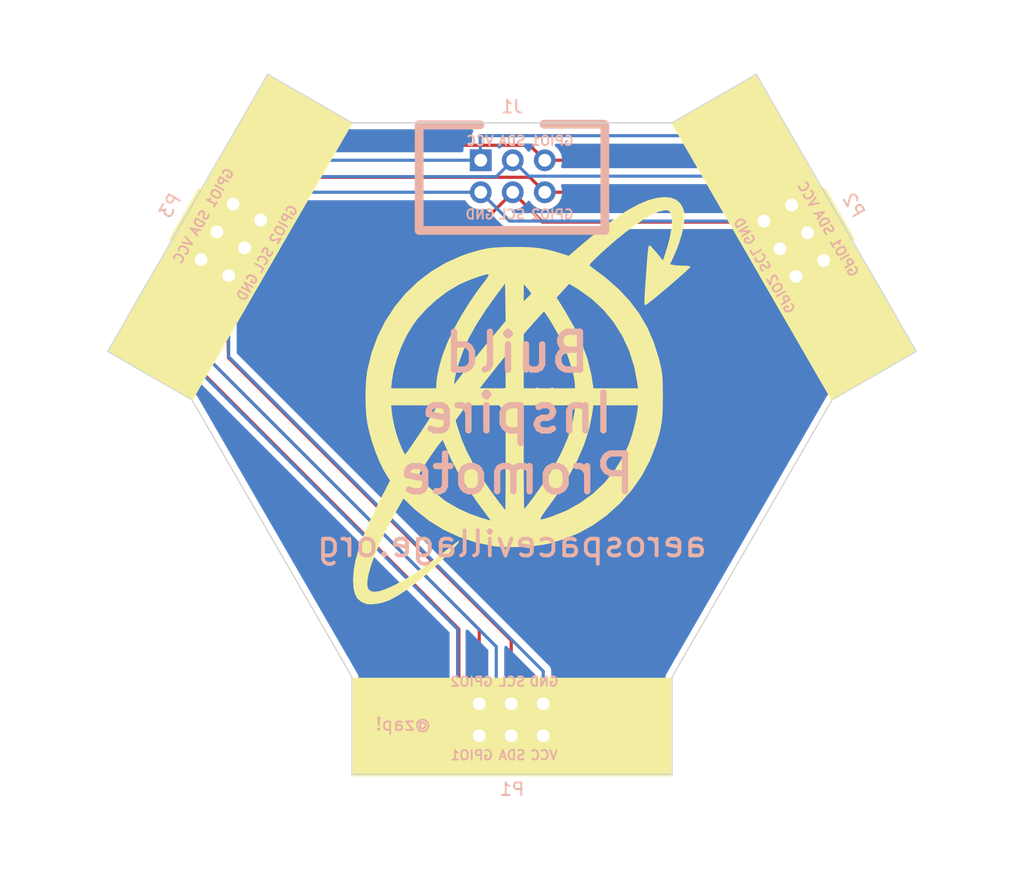
<source format=kicad_pcb>
(kicad_pcb (version 20211014) (generator pcbnew)
  (layers (0 "F.Cu" signal) (31 "B.Cu" signal) (34 "B.Paste" user) (35 "F.Paste" user) (36 "B.SilkS" user "B.Silkscreen") (37 "F.SilkS" user "F.Silkscreen") (38 "B.Mask" user) (39 "F.Mask" user) (44 "Edge.Cuts" user))
  (net 0 "")
  (net 1 "Net-(J1-Pad3)")
  (net 2 "Net-(J1-Pad2)")
  (net 3 "Net-(J1-Pad4)")
  (net 4 "Net-(J1-Pad1)")
  (net 5 "Net-(J1-Pad5)")
  (net 6 "Net-(J1-Pad6)")
  (footprint "Simple_Addon_v2:Simple_Addon_v2-BADGE-2x3" (layer "F.Cu") (at 139.7 116.84 180)
    (fp_text reference "P1" (at 0 -5.5) (layer "B.SilkS") (effects (justify mirror)))
    (fp_text value "Simple_Addon_v2")
    (fp_text user "GPIO1" (at 3.2 -2.794) (layer "B.SilkS") (effects (font (size 0.75 0.75)) (justify mirror)))
    (fp_text user "VCC" (at -2.54 -2.794) (layer "B.SilkS") (effects (font (size 0.75 0.75)) (justify mirror)))
    (fp_text user "SCL" (at 0 3.048) (layer "B.SilkS") (effects (font (size 0.75 0.75)) (justify mirror)))
    (fp_text user "GND" (at -2.54 3.048) (layer "B.SilkS") (effects (font (size 0.75 0.75)) (justify mirror)))
    (fp_text user "GPIO2" (at 3.2 3.048) (layer "B.SilkS") (effects (font (size 0.75 0.75)) (justify mirror)))
    (fp_text user "SDA" (at 0 -2.794) (layer "B.SilkS") (effects (font (size 0.75 0.75)) (justify mirror)))
    (fp_line (start -6.3 -2.95) (end 6.3 -2.95) (layer "F.SilkS") (width 0.5))
    (fp_line (start -6.3 2.95) (end -6.3 -2.95) (layer "F.SilkS") (width 0.5))
    (fp_line (start 6.3 2.95) (end -6.3 2.95) (layer "F.SilkS") (width 0.5))
    (fp_line (start 6.3 -2.95) (end 6.3 2.95) (layer "F.SilkS") (width 0.5))
    (fp_poly (pts (xy 2.3495 -3.0607) (xy -2.3495 -3.0607) (xy -2.3495 -4.2037) (xy 2.3495 -4.2037)) (layer "F.SilkS") (width 0.1) (fill solid))
    (pad "1" thru_hole rect locked (at -2.48 -1.25 90) (size 1.7272 1.7272) (drill 1.016) (layers *.Cu *.Mask) (net 4 "Net-(J1-Pad1)"))
    (pad "2" thru_hole circle locked (at -2.48 1.29 90) (size 1.7272 1.7272) (drill 1.016) (layers *.Cu *.Mask) (net 2 "Net-(J1-Pad2)"))
    (pad "3" thru_hole oval locked (at 0.06 -1.25 90) (size 1.7272 1.7272) (drill 1.016) (layers *.Cu *.Mask) (net 1 "Net-(J1-Pad3)"))
    (pad "4" thru_hole oval locked (at 0.06 1.29 90) (size 1.7272 1.7272) (drill 1.016) (layers *.Cu *.Mask) (net 3 "Net-(J1-Pad4)"))
    (pad "5" thru_hole circle locked (at 2.6 -1.25 90) (size 1.7272 1.7272) (drill 1.016) (layers *.Cu *.Mask) (net 5 "Net-(J1-Pad5)"))
    (pad "6" thru_hole circle locked (at 2.6 1.29 90) (size 1.7272 1.7272) (drill 1.016) (layers *.Cu *.Mask) (net 6 "Net-(J1-Pad6)"))
  )
  (footprint "Simple_Addon_v2:Simple_Addon_v2-BADGE-2x3" (layer "F.Cu") (at 162.052 78.74 -60)
    (fp_text reference "P2" (at 0 -5.5 120) (layer "B.SilkS") (effects (justify mirror)))
    (fp_text value "Simple_Addon_v2")
    (fp_text user "GPIO1" (at 3.2 -2.794 120) (layer "B.SilkS") (effects (font (size 0.75 0.75)) (justify mirror)))
    (fp_text user "GND" (at -2.54 3.048 120) (layer "B.SilkS") (effects (font (size 0.75 0.75)) (justify mirror)))
    (fp_text user "VCC" (at -2.54 -2.794 120) (layer "B.SilkS") (effects (font (size 0.75 0.75)) (justify mirror)))
    (fp_text user "SDA" (at 0 -2.794 120) (layer "B.SilkS") (effects (font (size 0.75 0.75)) (justify mirror)))
    (fp_text user "GPIO2" (at 3.2 3.048 120) (layer "B.SilkS") (effects (font (size 0.75 0.75)) (justify mirror)))
    (fp_text user "SCL" (at 0 3.048 120) (layer "B.SilkS") (effects (font (size 0.75 0.75)) (justify mirror)))
    (fp_line (start -6.3 -2.95) (end 6.3 -2.95) (layer "F.SilkS") (width 0.5))
    (fp_line (start 6.3 -2.95) (end 6.3 2.95) (layer "F.SilkS") (width 0.5))
    (fp_line (start 6.3 2.95) (end -6.3 2.95) (layer "F.SilkS") (width 0.5))
    (fp_line (start -6.3 2.95) (end -6.3 -2.95) (layer "F.SilkS") (width 0.5))
    (fp_poly (pts (xy 2.3495 -3.0607) (xy -2.3495 -3.0607) (xy -2.3495 -4.2037) (xy 2.3495 -4.2037)) (layer "F.SilkS") (width 0.1) (fill solid))
    (pad "1" thru_hole rect locked (at -2.48 -1.25 210) (size 1.7272 1.7272) (drill 1.016) (layers *.Cu *.Mask) (net 4 "Net-(J1-Pad1)"))
    (pad "2" thru_hole circle locked (at -2.48 1.29 210) (size 1.7272 1.7272) (drill 1.016) (layers *.Cu *.Mask) (net 2 "Net-(J1-Pad2)"))
    (pad "3" thru_hole oval locked (at 0.06 -1.25 210) (size 1.7272 1.7272) (drill 1.016) (layers *.Cu *.Mask) (net 1 "Net-(J1-Pad3)"))
    (pad "4" thru_hole oval locked (at 0.06 1.29 210) (size 1.7272 1.7272) (drill 1.016) (layers *.Cu *.Mask) (net 3 "Net-(J1-Pad4)"))
    (pad "5" thru_hole circle locked (at 2.6 -1.25 210) (size 1.7272 1.7272) (drill 1.016) (layers *.Cu *.Mask) (net 5 "Net-(J1-Pad5)"))
    (pad "6" thru_hole circle locked (at 2.6 1.29 210) (size 1.7272 1.7272) (drill 1.016) (layers *.Cu *.Mask) (net 6 "Net-(J1-Pad6)"))
  )
  (footprint "Simple_Addon_v2:Simple_Addon_v2-SAO-2x3" (layer "F.Cu") (at 139.7 73.66)
    (fp_text reference "J1" (at 0 -5.5) (layer "B.SilkS") (effects (justify mirror)))
    (fp_text value "Simple_Addon_v2")
    (fp_text user "GPIO1" (at 3.2 -2.794 unlocked) (layer "B.SilkS") (effects (font (size 0.75 0.75)) (justify mirror)))
    (fp_text user "GND" (at -2.54 3.048 unlocked) (layer "B.SilkS") (effects (font (size 0.75 0.75)) (justify mirror)))
    (fp_text user "GPIO2" (at 3.2 3.048) (layer "B.SilkS") (effects (font (size 0.75 0.75)) (justify mirror)))
    (fp_text user "VCC" (at -2.54 -2.794 unlocked) (layer "B.SilkS") (effects (font (size 0.75 0.75)) (justify mirror)))
    (fp_text user "SCL" (at 0 3.048) (layer "B.SilkS") (effects (font (size 0.75 0.75)) (justify mirror)))
    (fp_text user "SDA" (at 0 -2.794 unlocked) (layer "B.SilkS") (effects (font (size 0.75 0.75)) (justify mirror)))
    (fp_line (start 7.27964 -4.1148) (end 2.54 -4.1148) (layer "B.SilkS") (width 0.7))
    (fp_line (start -7.366 -4.064) (end -7.366 4.318) (layer "B.SilkS") (width 0.7))
    (fp_line (start -7.366 4.318) (end 7.366 4.318) (layer "B.SilkS") (width 0.7))
    (fp_line (start -2.54 -4.064) (end -7.366 -4.064) (layer "B.SilkS") (width 0.7))
    (fp_line (start 7.366 4.318) (end 7.366 -4.064) (layer "B.SilkS") (width 0.7))
    (pad "1" thru_hole rect locked (at -2.48 -1.25 270) (size 1.7272 1.7272) (drill 1.016) (layers *.Cu *.Mask) (net 4 "Net-(J1-Pad1)"))
    (pad "2" thru_hole circle locked (at -2.48 1.29 270) (size 1.7272 1.7272) (drill 1.016) (layers *.Cu *.Mask) (net 2 "Net-(J1-Pad2)"))
    (pad "3" thru_hole oval locked (at 0.06 -1.25 270) (size 1.7272 1.7272) (drill 1.016) (layers *.Cu *.Mask) (net 1 "Net-(J1-Pad3)"))
    (pad "4" thru_hole oval locked (at 0.06 1.29 270) (size 1.7272 1.7272) (drill 1.016) (layers *.Cu *.Mask) (net 3 "Net-(J1-Pad4)"))
    (pad "5" thru_hole circle locked (at 2.6 -1.25 270) (size 1.7272 1.7272) (drill 1.016) (layers *.Cu *.Mask) (net 5 "Net-(J1-Pad5)"))
    (pad "6" thru_hole circle locked (at 2.6 1.29 270) (size 1.7272 1.7272) (drill 1.016) (layers *.Cu *.Mask) (net 6 "Net-(J1-Pad6)"))
  )
  (footprint "Simple_Addon_v2:Simple_Addon_v2-BADGE-2x3" (layer "F.Cu") (at 117.333625 78.76864 60)
    (fp_text reference "P3" (at 0 -5.5 60) (layer "B.SilkS") (effects (justify mirror)))
    (fp_text value "Simple_Addon_v2")
    (fp_text user "SDA" (at 0 -2.794 60) (layer "B.SilkS") (effects (font (size 0.75 0.75)) (justify mirror)))
    (fp_text user "GND" (at -2.54 3.048 60) (layer "B.SilkS") (effects (font (size 0.75 0.75)) (justify mirror)))
    (fp_text user "GPIO1" (at 3.2 -2.794 60) (layer "B.SilkS") (effects (font (size 0.75 0.75)) (justify mirror)))
    (fp_text user "VCC" (at -2.54 -2.794 60) (layer "B.SilkS") (effects (font (size 0.75 0.75)) (justify mirror)))
    (fp_text user "SCL" (at 0 3.048 60) (layer "B.SilkS") (effects (font (size 0.75 0.75)) (justify mirror)))
    (fp_text user "GPIO2" (at 3.2 3.048 60) (layer "B.SilkS") (effects (font (size 0.75 0.75)) (justify mirror)))
    (fp_line (start -6.3 -2.95) (end 6.3 -2.95) (layer "F.SilkS") (width 0.5))
    (fp_line (start 6.3 2.95) (end -6.3 2.95) (layer "F.SilkS") (width 0.5))
    (fp_line (start 6.3 -2.95) (end 6.3 2.95) (layer "F.SilkS") (width 0.5))
    (fp_line (start -6.3 2.95) (end -6.3 -2.95) (layer "F.SilkS") (width 0.5))
    (fp_poly (pts (xy 2.3495 -3.0607) (xy -2.3495 -3.0607) (xy -2.3495 -4.2037) (xy 2.3495 -4.2037)) (layer "F.SilkS") (width 0.1) (fill solid))
    (pad "1" thru_hole rect locked (at -2.48 -1.25 330) (size 1.7272 1.7272) (drill 1.016) (layers *.Cu *.Mask) (net 4 "Net-(J1-Pad1)"))
    (pad "2" thru_hole circle locked (at -2.48 1.29 330) (size 1.7272 1.7272) (drill 1.016) (layers *.Cu *.Mask) (net 2 "Net-(J1-Pad2)"))
    (pad "3" thru_hole oval locked (at 0.06 -1.25 330) (size 1.7272 1.7272) (drill 1.016) (layers *.Cu *.Mask) (net 1 "Net-(J1-Pad3)"))
    (pad "4" thru_hole oval locked (at 0.06 1.29 330) (size 1.7272 1.7272) (drill 1.016) (layers *.Cu *.Mask) (net 3 "Net-(J1-Pad4)"))
    (pad "5" thru_hole circle locked (at 2.6 -1.25 330) (size 1.7272 1.7272) (drill 1.016) (layers *.Cu *.Mask) (net 5 "Net-(J1-Pad5)"))
    (pad "6" thru_hole circle locked (at 2.6 1.29 330) (size 1.7272 1.7272) (drill 1.016) (layers *.Cu *.Mask) (net 6 "Net-(J1-Pad6)"))
  )
  (footprint "LOGO" (layer "F.Cu") (at 140.97 91.44)
    (fp_text reference "G***" (at 0 0) (layer "F.SilkS") (effects (font (size 1.524 1.524) (thickness 0.3))))
    (fp_text value "LOGO" hide)
    (fp_poly (pts (xy 11.334898 -16.061298) (xy 11.765951 -15.892418) (xy 12.097839 -15.605746) (xy 12.321738 -15.201834) (xy 12.410352 -14.843928) (xy 12.425471 -14.370909) (xy 12.35335 -13.786487) (xy 12.201138 -13.119848) (xy 11.975986 -12.400175) (xy 11.685044 -11.656652) (xy 11.561895 -11.380789) (xy 11.279705 -10.770026) (xy 11.534769 -10.719013) (xy 11.758693 -10.691386) (xy 12.073128 -10.672861) (xy 12.324586 -10.668) (xy 12.60983 -10.656619) (xy 12.821552 -10.62696) (xy 12.907196 -10.590567) (xy 12.857277 -10.519965) (xy 12.696357 -10.359312) (xy 12.444506 -10.125765) (xy 12.121799 -9.83648) (xy 11.748307 -9.508614) (xy 11.344103 -9.159322) (xy 10.929259 -8.80576) (xy 10.523849 -8.465086) (xy 10.147943 -8.154455) (xy 9.821616 -7.891023) (xy 9.564938 -7.691946) (xy 9.397984 -7.574381) (xy 9.350123 -7.550292) (xy 9.305984 -7.542096) (xy 9.272683 -7.552106) (xy 9.25029 -7.598722) (xy 9.238875 -7.700345) (xy 9.238509 -7.875376) (xy 9.249262 -8.142217) (xy 9.271203 -8.519269) (xy 9.304404 -9.024933) (xy 9.348934 -9.67761) (xy 9.35879 -9.821333) (xy 9.408741 -10.537208) (xy 9.450621 -11.101448) (xy 9.486501 -11.531446) (xy 9.518447 -11.844596) (xy 9.548529 -12.058294) (xy 9.578816 -12.189932) (xy 9.611376 -12.256906) (xy 9.648279 -12.276608) (xy 9.650821 -12.276667) (xy 9.734716 -12.215307) (xy 9.895808 -12.05097) (xy 10.105966 -11.813266) (xy 10.216607 -11.681079) (xy 10.706578 -11.085492) (xy 10.862861 -11.532913) (xy 11.089449 -12.247689) (xy 11.260243 -12.925566) (xy 11.372431 -13.544478) (xy 11.423196 -14.082364) (xy 11.409725 -14.517158) (xy 11.329203 -14.826798) (xy 11.291402 -14.892199) (xy 11.174184 -15.017975) (xy 11.020961 -15.062255) (xy 10.793201 -15.049542) (xy 10.373627 -14.944738) (xy 9.857309 -14.71866) (xy 9.25645 -14.379661) (xy 8.583255 -13.936099) (xy 7.849926 -13.396327) (xy 7.068669 -12.768701) (xy 6.251687 -12.061577) (xy 5.724408 -11.579282) (xy 5.370069 -11.246047) (xy 5.125973 -11.007521) (xy 4.977061 -10.844512) (xy 4.90827 -10.737833) (xy 4.904539 -10.668294) (xy 4.950806 -10.616707) (xy 4.962408 -10.608447) (xy 6.165391 -9.714552) (xy 7.209386 -8.793652) (xy 8.104208 -7.832103) (xy 8.859675 -6.816259) (xy 9.485604 -5.732477) (xy 9.991809 -4.567111) (xy 10.38811 -3.306517) (xy 10.479436 -2.940049) (xy 10.558499 -2.590728) (xy 10.616736 -2.284485) (xy 10.657345 -1.984207) (xy 10.683521 -1.652781) (xy 10.698462 -1.253094) (xy 10.705363 -0.748035) (xy 10.707153 -0.296333) (xy 10.701591 0.46318) (xy 10.677762 1.095772) (xy 10.629662 1.64341) (xy 10.551289 2.148062) (xy 10.436641 2.651694) (xy 10.279716 3.196275) (xy 10.150131 3.598333) (xy 9.655711 4.856345) (xy 9.03455 6.019134) (xy 8.273942 7.107081) (xy 7.361179 8.140564) (xy 7.244784 8.257939) (xy 6.237073 9.167927) (xy 5.183652 9.927343) (xy 4.061012 10.549404) (xy 2.845642 11.047328) (xy 1.65702 11.399264) (xy 1.086264 11.511013) (xy 0.399021 11.596761) (xy -0.353513 11.654102) (xy -1.120143 11.680629) (xy -1.849673 11.673934) (xy -2.490908 11.63161) (xy -2.708762 11.604525) (xy -4.114148 11.317388) (xy -5.452011 10.878771) (xy -6.713945 10.292794) (xy -7.891545 9.563581) (xy -8.976405 8.695254) (xy -9.339464 8.352519) (xy -9.879542 7.820359) (xy -10.481712 8.884346) (xy -11.010418 9.852471) (xy -11.477878 10.777302) (xy -11.879688 11.646624) (xy -12.211445 12.44822) (xy -12.468748 13.169874) (xy -12.647192 13.799369) (xy -12.742376 14.32449) (xy -12.749898 14.733019) (xy -12.680705 14.986) (xy -12.495231 15.165361) (xy -12.192413 15.224924) (xy -11.774046 15.165226) (xy -11.241921 14.986804) (xy -10.597833 14.690192) (xy -9.843575 14.275929) (xy -9.387081 14.001011) (xy -9.060248 13.788385) (xy -8.632144 13.494523) (xy -8.134749 13.142678) (xy -7.600041 12.756107) (xy -7.059999 12.358063) (xy -6.546601 11.971803) (xy -6.091826 11.62058) (xy -5.861251 11.437023) (xy -5.615616 11.251185) (xy -5.482453 11.178798) (xy -5.456758 11.211351) (xy -5.533532 11.340335) (xy -5.707774 11.557239) (xy -5.974481 11.853553) (xy -6.311912 12.203858) (xy -7.160632 13.031234) (xy -7.997014 13.786729) (xy -8.805351 14.458171) (xy -9.569935 15.033387) (xy -10.275057 15.500206) (xy -10.90501 15.846456) (xy -11.15774 15.958862) (xy -11.567371 16.091697) (xy -12.010997 16.181484) (xy -12.4327 16.221049) (xy -12.77656 16.203215) (xy -12.876651 16.179425) (xy -13.260148 16.006574) (xy -13.542293 15.757359) (xy -13.73349 15.411865) (xy -13.844145 14.95018) (xy -13.884662 14.352388) (xy -13.885333 14.248871) (xy -13.840448 13.543122) (xy -13.703489 12.767978) (xy -13.470999 11.913258) (xy -13.139522 10.96878) (xy -12.705603 9.924362) (xy -12.165784 8.769823) (xy -11.734673 7.913188) (xy -10.946817 6.386042) (xy -11.148365 6.092854) (xy -11.205587 5.997253) (xy -8.658494 5.997253) (xy -8.646997 6.075453) (xy -8.521971 6.242179) (xy -8.293107 6.487634) (xy -7.989345 6.78546) (xy -7.639627 7.1093) (xy -7.272893 7.432794) (xy -6.918084 7.729584) (xy -6.604142 7.973313) (xy -6.430416 8.094226) (xy -5.574029 8.588317) (xy -4.649228 9.016773) (xy -3.736652 9.342299) (xy -3.723354 9.346241) (xy -3.400484 9.441246) (xy -3.146053 9.515349) (xy -2.998547 9.557376) (xy -2.977438 9.562827) (xy -3.002005 9.508496) (xy -3.041249 9.453655) (xy 0.983969 9.453655) (xy 1.013478 9.482667) (xy 1.162284 9.457332) (xy 1.420826 9.390222) (xy 1.738729 9.294677) (xy 1.809439 9.271882) (xy 3.014872 8.792936) (xy 4.133934 8.17559) (xy 5.1559 7.429813) (xy 6.070048 6.565572) (xy 6.865655 5.592836) (xy 7.531998 4.521572) (xy 7.997142 3.519901) (xy 8.179862 3.002899) (xy 8.35799 2.399354) (xy 8.514071 1.776555) (xy 8.630651 1.201789) (xy 8.674114 0.910167) (xy 8.732851 0.423333) (xy 5.190327 0.423333) (xy 5.089245 1.145899) (xy 4.840788 2.3599) (xy 4.429159 3.617284) (xy 3.854684 4.917361) (xy 3.117687 6.259439) (xy 2.218494 7.642826) (xy 1.699945 8.360833) (xy 1.375788 8.802785) (xy 1.152827 9.125013) (xy 1.024432 9.338357) (xy 0.983969 9.453655) (xy -3.041249 9.453655) (xy -3.100363 9.371046) (xy -3.104438 9.365742) (xy -4.037681 8.110159) (xy -4.83662 6.94049) (xy -5.506952 5.847393) (xy -6.054374 4.821526) (xy -6.484582 3.853546) (xy -6.518243 3.767667) (xy -6.628835 3.494159) (xy -6.721825 3.285245) (xy -6.77226 3.193508) (xy -6.834689 3.239759) (xy -6.975646 3.407237) (xy -7.180088 3.676036) (xy -7.432971 4.02625) (xy -7.719253 4.437974) (xy -7.778864 4.525464) (xy -8.113287 5.022912) (xy -8.358472 5.40098) (xy -8.524409 5.677503) (xy -8.621086 5.870316) (xy -8.658494 5.997253) (xy -11.205587 5.997253) (xy -11.474792 5.547495) (xy -11.800011 4.875468) (xy -12.108127 4.118802) (xy -12.383244 3.319524) (xy -12.609466 2.519662) (xy -12.757178 1.839261) (xy -12.83498 1.250109) (xy -12.882357 0.548866) (xy -12.885161 0.423333) (xy -10.860718 0.423333) (xy -10.804603 0.971048) (xy -10.75615 1.312203) (xy -10.676442 1.73959) (xy -10.580207 2.176473) (xy -10.548633 2.304548) (xy -10.440921 2.683742) (xy -10.308702 3.083305) (xy -10.164727 3.472035) (xy -10.021745 3.818731) (xy -9.892506 4.092191) (xy -9.789762 4.261214) (xy -9.733328 4.299685) (xy -9.671138 4.225446) (xy -9.52884 4.029033) (xy -9.319663 3.729558) (xy -9.056837 3.346135) (xy -8.753592 2.897875) (xy -8.475939 2.483158) (xy -8.150337 1.989514) (xy -7.908647 1.615024) (xy -5.743563 1.615024) (xy -5.590814 2.141012) (xy -5.270273 3.098816) (xy -4.860522 4.060117) (xy -4.350536 5.045245) (xy -3.729291 6.074531) (xy -2.985763 7.168303) (xy -2.516396 7.8105) (xy -2.264647 8.144654) (xy -2.050559 8.423649) (xy -1.893546 8.62257) (xy -1.813022 8.716506) (xy -1.807127 8.720667) (xy -1.801369 8.638699) (xy -1.795989 8.403591) (xy -1.791101 8.031537) (xy -1.786817 7.538729) (xy -1.783253 6.94136) (xy -1.780521 6.255625) (xy -1.778736 5.497715) (xy -1.778011 4.683825) (xy -1.778 4.572) (xy -1.778 4.529667) (xy -0.338667 4.529667) (xy -0.337812 5.345475) (xy -0.33536 6.107378) (xy -0.331482 6.799098) (xy -0.326346 7.40436) (xy -0.320124 7.906886) (xy -0.312984 8.290401) (xy -0.305096 8.538628) (xy -0.29663 8.63529) (xy -0.295831 8.636) (xy -0.232851 8.571762) (xy -0.088659 8.395117) (xy 0.117767 8.130172) (xy 0.367448 7.801033) (xy 0.476439 7.65511) (xy 1.349805 6.418449) (xy 2.078421 5.250503) (xy 2.66771 4.141743) (xy 3.123094 3.082641) (xy 3.202577 2.864634) (xy 3.354173 2.396753) (xy 3.492801 1.898983) (xy 3.60782 1.41664) (xy 3.688588 0.995042) (xy 3.724464 0.679506) (xy 3.725333 0.638569) (xy 3.725333 0.423333) (xy -0.338667 0.423333) (xy -0.338667 4.529667) (xy -1.778 4.529667) (xy -1.778 0.423333) (xy -4.882358 0.423333) (xy -5.312961 1.019179) (xy -5.743563 1.615024) (xy -7.908647 1.615024) (xy -7.858525 1.537362) (xy -7.613182 1.147145) (xy -7.426988 0.839309) (xy -7.312623 0.634299) (xy -7.281333 0.556992) (xy -7.298197 0.512228) (xy -7.362476 0.478577) (xy -7.494699 0.454504) (xy -7.715398 0.438477) (xy -8.045103 0.428963) (xy -8.504345 0.424427) (xy -9.071026 0.423333) (xy -10.860718 0.423333) (xy -12.885161 0.423333) (xy -12.899309 -0.209981) (xy -12.886555 -0.931333) (xy -10.860718 -0.931333) (xy -7.281333 -0.931333) (xy -3.824229 -0.931333) (xy -1.778 -0.931333) (xy -0.338667 -0.931333) (xy 3.725333 -0.931333) (xy 3.725333 -1.14657) (xy 3.688212 -1.548893) (xy 3.584387 -2.064756) (xy 3.425171 -2.657405) (xy 3.221873 -3.290086) (xy 2.985803 -3.926048) (xy 2.728273 -4.528535) (xy 2.606042 -4.783667) (xy 2.419057 -5.144226) (xy 2.204565 -5.534861) (xy 1.978968 -5.928417) (xy 1.758667 -6.297739) (xy 1.560064 -6.61567) (xy 1.39956 -6.855056) (xy 1.293557 -6.98874) (xy 1.263177 -7.007021) (xy 1.190326 -6.938737) (xy 1.028048 -6.76666) (xy 0.798245 -6.51459) (xy 0.522814 -6.206328) (xy 0.435114 -6.107077) (xy -0.338667 -5.229154) (xy -0.338667 -0.931333) (xy -1.778 -0.931333) (xy -1.778 -2.218267) (xy -1.782351 -2.655565) (xy -1.794354 -3.018618) (xy -1.812437 -3.28073) (xy -1.835027 -3.415205) (xy -1.849096 -3.424767) (xy -1.93011 -3.326421) (xy -2.093388 -3.123539) (xy -2.316339 -2.844548) (xy -2.576371 -2.517875) (xy -2.850895 -2.171948) (xy -3.117319 -1.835194) (xy -3.353053 -1.53604) (xy -3.535506 -1.302913) (xy -3.544638 -1.291167) (xy -3.824229 -0.931333) (xy -7.281333 -0.931333) (xy -7.281333 -1.218314) (xy -7.280599 -1.227667) (xy -5.868485 -1.227667) (xy -5.077802 -2.243667) (xy -4.775914 -2.626342) (xy -4.395909 -3.100018) (xy -3.968937 -3.626331) (xy -3.526145 -4.166919) (xy -3.098681 -4.683418) (xy -3.030617 -4.765061) (xy -1.774114 -6.270456) (xy -1.797224 -7.754715) (xy -1.798564 -7.840783) (xy -0.338667 -7.840783) (xy -0.042333 -8.128) (xy -0.040127 -8.130254) (xy 2.274896 -8.130254) (xy 2.846672 -7.219393) (xy 3.635538 -5.855016) (xy 4.261305 -4.53498) (xy 4.724169 -3.258807) (xy 5.024326 -2.02602) (xy 5.059505 -1.818711) (xy 5.200269 -0.931333) (xy 8.731042 -0.931333) (xy 8.67786 -1.3335) (xy 8.42265 -2.662219) (xy 8.021233 -3.915999) (xy 7.479027 -5.086603) (xy 6.801447 -6.165794) (xy 5.993912 -7.145334) (xy 5.061837 -8.016985) (xy 4.010638 -8.772511) (xy 3.640667 -8.993726) (xy 3.259667 -9.210983) (xy 2.767281 -8.670618) (xy 2.274896 -8.130254) (xy -0.040127 -8.130254) (xy 0.129626 -8.303687) (xy 0.235913 -8.429662) (xy 0.25274 -8.462109) (xy 0.201261 -8.547361) (xy 0.070552 -8.715496) (xy -0.040414 -8.847667) (xy -0.332309 -9.186333) (xy -0.338667 -7.840783) (xy -1.798564 -7.840783) (xy -1.820333 -9.238974) (xy -2.508575 -8.323654) (xy -3.376228 -7.112098) (xy -4.112089 -5.961732) (xy -4.66041 -4.978677) (xy -4.897649 -4.478165) (xy -5.13585 -3.906147) (xy -5.36004 -3.30548) (xy -5.555241 -2.719023) (xy -5.706478 -2.189632) (xy -5.798774 -1.760166) (xy -5.80842 -1.693333) (xy -5.868485 -1.227667) (xy -7.280599 -1.227667) (xy -7.251581 -1.597313) (xy -7.168891 -2.089219) (xy -7.043117 -2.649673) (xy -6.884113 -3.234321) (xy -6.719157 -3.749089) (xy -6.355625 -4.663411) (xy -5.879983 -5.651231) (xy -5.311426 -6.679116) (xy -4.669145 -7.713634) (xy -3.972331 -8.721353) (xy -3.524753 -9.313658) (xy -3.287525 -9.628768) (xy -3.157235 -9.834397) (xy -3.125725 -9.945268) (xy -3.158663 -9.974503) (xy -3.32248 -9.959993) (xy -3.605203 -9.887801) (xy -3.971685 -9.770533) (xy -4.386776 -9.620794) (xy -4.815327 -9.451192) (xy -5.22219 -9.274332) (xy -5.535837 -9.121941) (xy -6.40379 -8.600312) (xy -7.257974 -7.956013) (xy -8.056015 -7.226544) (xy -8.755542 -6.44941) (xy -9.140958 -5.931147) (xy -9.623786 -5.12429) (xy -10.050644 -4.223298) (xy -10.402631 -3.278746) (xy -10.660848 -2.341212) (xy -10.804603 -1.479048) (xy -10.860718 -0.931333) (xy -12.886555 -0.931333) (xy -12.885837 -0.971945) (xy -12.841941 -1.682538) (xy -12.76762 -2.287274) (xy -12.757178 -2.347261) (xy -12.427307 -3.720007) (xy -11.95024 -5.027118) (xy -11.335027 -6.258109) (xy -10.590722 -7.402491) (xy -9.726376 -8.449778) (xy -8.751041 -9.389483) (xy -7.67377 -10.211117) (xy -6.503614 -10.904195) (xy -5.249627 -11.458229) (xy -4.741333 -11.633861) (xy -4.170995 -11.80865) (xy -3.675088 -11.93975) (xy -3.210963 -12.033128) (xy -2.735968 -12.094754) (xy -2.207451 -12.130596) (xy -1.582761 -12.146623) (xy -1.058333 -12.149245) (xy -0.303655 -12.141031) (xy 0.326957 -12.112705) (xy 0.878197 -12.058088) (xy 1.394758 -11.971004) (xy 1.921333 -11.845272) (xy 2.502615 -11.674716) (xy 2.602757 -11.643149) (xy 3.231159 -11.443594) (xy 4.21908 -12.294773) (xy 4.954005 -12.910096) (xy 5.712717 -13.512677) (xy 6.462267 -14.077905) (xy 7.169709 -14.581172) (xy 7.802095 -14.997869) (xy 8.000969 -15.119523) (xy 8.795499 -15.547873) (xy 9.534981 -15.855675) (xy 10.21059 -16.043478) (xy 10.813503 -16.111836)) (layer "F.SilkS") (width 0) (fill solid))
  )
  (gr_rect (start 127 113.538) (end 152.4 121.258955) (layer "F.SilkS") (width 0.1) (fill solid))
  (gr_poly (pts (xy 107.613457 87.579523) (xy 120.313457 65.582478) (xy 127 69.442955) (xy 114.3 91.440001)) (layer "F.SilkS") (width 0.1) (fill solid))
  (gr_poly (pts (xy 165.1 91.44) (xy 152.4 69.442955) (xy 159.086543 65.582477) (xy 171.786543 87.579523)) (layer "F.SilkS") (width 0.1) (fill solid))
  (gr_line (start 127 121.158) (end 127 113.437045) (layer "Edge.Cuts") (width 0.1))
  (gr_line (start 120.313457 65.582478) (end 127 69.442955) (layer "Edge.Cuts") (width 0.1))
  (gr_line (start 114.3 91.440001) (end 107.613457 87.579523) (layer "Edge.Cuts") (width 0.1))
  (gr_line (start 152.4 69.442955) (end 159.086543 65.582477) (layer "Edge.Cuts") (width 0.1))
  (gr_line (start 171.786543 87.579523) (end 165.1 91.44) (layer "Edge.Cuts") (width 0.1))
  (gr_line (start 165.1 91.44) (end 152.4 113.437045) (layer "Edge.Cuts") (width 0.1))
  (gr_line (start 107.613457 87.579523) (end 120.313457 65.582478) (layer "Edge.Cuts") (width 0.1))
  (gr_line (start 127 69.442955) (end 152.4 69.442955) (layer "Edge.Cuts") (width 0.1))
  (gr_line (start 127 113.437045) (end 114.3 91.44) (layer "Edge.Cuts") (width 0.1))
  (gr_line (start 152.4 113.437045) (end 152.4 121.158) (layer "Edge.Cuts") (width 0.1))
  (gr_line (start 159.086543 65.582477) (end 171.786543 87.579523) (layer "Edge.Cuts") (width 0.1))
  (gr_line (start 152.4 121.158) (end 127 121.158) (layer "Edge.Cuts") (width 0.1))
  (gr_text "v01" (at 149.86 119.38) (layer "B.Cu") (effects (font (size 1.5 1.5) (thickness 0.3)) (justify mirror)))
  (gr_text "Build\nInspire\nPromote" (at 140.09641 92.491602) (layer "B.SilkS") (effects (font (size 3 3) (thickness 0.5)) (justify mirror)))
  (gr_text "@zap!" (at 131.075356 117.163897) (layer "B.SilkS") (effects (font (size 1 1)) (justify mirror)))
  (gr_text "aerospacevillage.org" (at 139.7 102.87) (layer "B.SilkS") (effects (font (size 2 2) (thickness 0.3)) (justify mirror)))
  (segment (start 139.64 118.09) (end 138.4514 116.9014) (width 0.25) (layer "B.Cu") (net 1))
  (segment (start 120.4976 74.2188) (end 119.0244 75.8952) (width 0.25) (layer "B.Cu") (net 1))
  (segment (start 138.4514 116.9014) (end 138.4514 111.0194) (width 0.25) (layer "B.Cu") (net 1))
  (segment (start 115.7224 88.2904) (end 115.7224 81.6864) (width 0.25) (layer "B.Cu") (net 1))
  (segment (start 115.7224 81.6864) (end 116.84 79.8068) (width 0.25) (layer "B.Cu") (net 1))
  (segment (start 141.022964 73.672964) (end 158.254964 73.672964) (width 0.25) (layer "B.Cu") (net 1))
  (segment (start 158.254964 73.672964) (end 159.9692 75.3872) (width 0.25) (layer "B.Cu") (net 1))
  (segment (start 119.0244 75.8952) (end 117.856 77.8764) (width 0.25) (layer "B.Cu") (net 1))
  (segment (start 116.84 79.8068) (end 116.281093 78.091678) (width 0.25) (layer "B.Cu") (net 1))
  (segment (start 117.032324 78.091678) (end 116.281093 78.091678) (width 0.25) (layer "B.Cu") (net 1))
  (segment (start 117.856 77.8764) (end 116.281093 78.091678) (width 0.25) (layer "B.Cu") (net 1))
  (segment (start 121.0056 73.7108) (end 120.4976 74.2188) (width 0.25) (layer "B.Cu") (net 1))
  (segment (start 138.4514 111.0194) (end 115.7224 88.2904) (width 0.25) (layer "B.Cu") (net 1))
  (segment (start 139.76 72.41) (end 138.4592 73.7108) (width 0.25) (layer "B.Cu") (net 1))
  (segment (start 159.9692 75.3872) (end 162.052 78.7908) (width 0.25) (layer "B.Cu") (net 1))
  (segment (start 138.4592 73.7108) (end 121.0056 73.7108) (width 0.25) (layer "B.Cu") (net 1))
  (segment (start 162.052 78.7908) (end 163.164532 78.166962) (width 0.25) (layer "B.Cu") (net 1))
  (segment (start 139.76 72.41) (end 141.022964 73.672964) (width 0.25) (layer "B.Cu") (net 1))
  (segment (start 117.210798 88.000798) (end 142.18 112.97) (width 0.25) (layer "B.Cu") (net 2))
  (segment (start 139.507257 77.237257) (end 159.694827 77.237257) (width 0.25) (layer "B.Cu") (net 2))
  (segment (start 117.210798 81.561383) (end 117.210798 88.000798) (width 0.25) (layer "B.Cu") (net 2))
  (segment (start 123.1084 74.95) (end 123.0376 74.8792) (width 0.25) (layer "B.Cu") (net 2))
  (segment (start 142.18 112.97) (end 142.18 115.55) (width 0.25) (layer "B.Cu") (net 2))
  (segment (start 137.22 74.95) (end 139.507257 77.237257) (width 0.25) (layer "B.Cu") (net 2))
  (segment (start 123.0376 74.8792) (end 118.7704 82.296) (width 0.25) (layer "B.Cu") (net 2))
  (segment (start 118.7704 82.296) (end 117.210798 81.561383) (width 0.25) (layer "B.Cu") (net 2))
  (segment (start 137.22 74.95) (end 123.1084 74.95) (width 0.25) (layer "B.Cu") (net 2))
  (segment (start 138.0528 76.6572) (end 123.8504 76.6572) (width 0.25) (layer "F.Cu") (net 3))
  (segment (start 119.6848 80.56568) (end 117.1448 86.0552) (width 0.25) (layer "F.Cu") (net 3))
  (segment (start 139.64 110.6516) (end 139.64 115.55) (width 0.25) (layer "F.Cu") (net 3))
  (segment (start 117.1448 86.0552) (end 117.1956 88.0872) (width 0.25) (layer "F.Cu") (net 3))
  (segment (start 123.8504 76.6572) (end 121.145922 79.361678) (width 0.25) (layer "F.Cu") (net 3))
  (segment (start 159.751762 79.436962) (end 160.964827 79.436962) (width 0.25) (layer "F.Cu") (net 3))
  (segment (start 117.1956 88.0872) (end 139.7 110.5916) (width 0.25) (layer "F.Cu") (net 3))
  (segment (start 121.145922 79.361678) (end 118.480798 79.361678) (width 0.25) (layer "F.Cu") (net 3))
  (segment (start 139.76 74.95) (end 142.1276 77.3176) (width 0.25) (layer "F.Cu") (net 3))
  (segment (start 139.7 110.5916) (end 139.64 110.6516) (width 0.25) (layer "F.Cu") (net 3))
  (segment (start 118.480798 79.361678) (end 119.6848 80.56568) (width 0.25) (layer "F.Cu") (net 3))
  (segment (start 139.76 74.95) (end 138.0528 76.6572) (width 0.25) (layer "F.Cu") (net 3))
  (segment (start 157.6324 77.3176) (end 159.751762 79.436962) (width 0.25) (layer "F.Cu") (net 3))
  (segment (start 142.1276 77.3176) (end 157.6324 77.3176) (width 0.25) (layer "F.Cu") (net 3))
  (segment (start 115.011093 80.291383) (end 115.011093 89.255493) (width 0.25) (layer "B.Cu") (net 4))
  (segment (start 156.386875 70.4596) (end 161.894532 75.967257) (width 0.25) (layer "B.Cu") (net 4))
  (segment (start 137.16 70.4596) (end 156.386875 70.4596) (width 0.25) (layer "B.Cu") (net 4))
  (segment (start 113.284 79.4004) (end 115.011093 80.291383) (width 0.25) (layer "B.Cu") (net 4))
  (segment (start 140.0264 120.2436) (end 142.18 118.09) (width 0.25) (layer "B.Cu") (net 4))
  (segment (start 135.382 120.2436) (end 140.0264 120.2436) (width 0.25) (layer "B.Cu") (net 4))
  (segment (start 135.382 109.6264) (end 135.382 120.2436) (width 0.25) (layer "B.Cu") (net 4))
  (segment (start 137.22 72.41) (end 137.16 70.4596) (width 0.25) (layer "B.Cu") (net 4))
  (segment (start 115.011093 89.255493) (end 135.382 109.6264) (width 0.25) (layer "B.Cu") (net 4))
  (segment (start 137.22 72.41) (end 117.6328 72.41) (width 0.25) (layer "B.Cu") (net 4))
  (segment (start 117.602 72.4408) (end 113.284 79.4004) (width 0.25) (layer "B.Cu") (net 4))
  (segment (start 117.6328 72.41) (end 117.602 72.4408) (width 0.25) (layer "B.Cu") (net 4))
  (segment (start 142.3 72.41) (end 161.9304 72.41) (width 0.25) (layer "F.Cu") (net 5))
  (segment (start 141.1114 71.2214) (end 120.0406 71.2214) (width 0.25) (layer "F.Cu") (net 5))
  (segment (start 117.551093 73.710907) (end 117.551093 75.891974) (width 0.25) (layer "F.Cu") (net 5))
  (segment (start 161.9304 72.41) (end 161.9504 72.39) (width 0.25) (layer "F.Cu") (net 5))
  (segment (start 120.0406 71.2214) (end 117.551093 73.710907) (width 0.25) (layer "F.Cu") (net 5))
  (segment (start 112.9284 80.1624) (end 112.9284 87.0712) (width 0.25) (layer "F.Cu") (net 5))
  (segment (start 166.1668 79.6036) (end 164.434532 80.366666) (width 0.25) (layer "F.Cu") (net 5))
  (segment (start 117.551093 75.891974) (end 116.030426 75.891974) (width 0.25) (layer "F.Cu") (net 5))
  (segment (start 161.9504 72.39) (end 166.1668 79.6036) (width 0.25) (layer "F.Cu") (net 5))
  (segment (start 116.030426 75.891974) (end 112.9284 80.1624) (width 0.25) (layer "F.Cu") (net 5))
  (segment (start 142.3 72.41) (end 141.1114 71.2214) (width 0.25) (layer "F.Cu") (net 5))
  (segment (start 112.9284 87.0712) (end 135.4836 109.6264) (width 0.25) (layer "F.Cu") (net 5))
  (segment (start 135.4836 109.6264) (end 135.4836 116.4736) (width 0.25) (layer "F.Cu") (net 5))
  (segment (start 135.4836 116.4736) (end 137.1 118.09) (width 0.25) (layer "F.Cu") (net 5))
  (segment (start 115.9256 88.4936) (end 137.1 109.668) (width 0.25) (layer "F.Cu") (net 6))
  (segment (start 119.750798 77.404002) (end 119.634 77.5208) (width 0.25) (layer "F.Cu") (net 6))
  (segment (start 142.3 74.95) (end 141.1114 73.7614) (width 0.25) (layer "F.Cu") (net 6))
  (segment (start 113.8936 84.9884) (end 115.9256 88.4936) (width 0.25) (layer "F.Cu") (net 6))
  (segment (start 159.4812 74.95) (end 160.274 75.7428) (width 0.25) (layer "F.Cu") (net 6))
  (segment (start 117.7036 78.1304) (end 113.8936 84.9884) (width 0.25) (layer "F.Cu") (net 6))
  (segment (start 137.1 109.668) (end 137.1 115.55) (width 0.25) (layer "F.Cu") (net 6))
  (segment (start 119.750798 77.161974) (end 119.750798 77.404002) (width 0.25) (layer "F.Cu") (net 6))
  (segment (start 160.274 75.7428) (end 163.2204 80.9244) (width 0.25) (layer "F.Cu") (net 6))
  (segment (start 141.1114 73.7614) (end 123.151372 73.7614) (width 0.25) (layer "F.Cu") (net 6))
  (segment (start 163.2204 80.9244) (end 162.234827 81.636666) (width 0.25) (layer "F.Cu") (net 6))
  (segment (start 142.3 74.95) (end 159.4812 74.95) (width 0.25) (layer "F.Cu") (net 6))
  (segment (start 123.151372 73.7614) (end 119.750798 77.161974) (width 0.25) (layer "F.Cu") (net 6))
  (segment (start 119.634 77.5208) (end 117.7036 78.1304) (width 0.25) (layer "F.Cu") (net 6))
  (zone (net 0) (net_name "") (layer "B.Cu") (connect_pads (clearance 0.508)) (min_thickness 0.254) (fill yes (thermal_gap 0.508) (thermal_bridge_width 0.508))
    (polygon (pts (xy 180.34 60.96) (xy 180.34 130.81) (xy 99.06 130.81) (xy 99.06 59.69)))
  )
)
</source>
